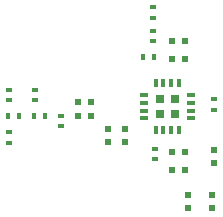
<source format=gtp>
G04 #@! TF.FileFunction,Paste,Top*
%FSLAX46Y46*%
G04 Gerber Fmt 4.6, Leading zero omitted, Abs format (unit mm)*
G04 Created by KiCad (PCBNEW 4.0.2-stable) date Sun Mar 13 21:40:34 2016*
%MOMM*%
G01*
G04 APERTURE LIST*
%ADD10C,0.100000*%
%ADD11R,0.500000X0.600000*%
%ADD12R,0.600000X0.500000*%
%ADD13R,0.600000X0.400000*%
%ADD14R,0.400000X0.600000*%
%ADD15R,0.350000X0.800000*%
%ADD16R,0.800000X0.350000*%
%ADD17R,0.750000X0.750000*%
G04 APERTURE END LIST*
D10*
D11*
X153200000Y-107900000D03*
X153200000Y-109000000D03*
D12*
X149650000Y-108000000D03*
X150750000Y-108000000D03*
X149650000Y-109600000D03*
X150750000Y-109600000D03*
D11*
X145600000Y-106050000D03*
X145600000Y-107150000D03*
X144200000Y-106050000D03*
X144200000Y-107150000D03*
D12*
X142750000Y-105000000D03*
X141650000Y-105000000D03*
X142750000Y-103800000D03*
X141650000Y-103800000D03*
X149650000Y-100200000D03*
X150750000Y-100200000D03*
D11*
X153000000Y-112800000D03*
X153000000Y-111700000D03*
D12*
X149650000Y-98600000D03*
X150750000Y-98600000D03*
D11*
X151000000Y-111700000D03*
X151000000Y-112800000D03*
D13*
X140200000Y-104950000D03*
X140200000Y-105850000D03*
X135800000Y-103650000D03*
X135800000Y-102750000D03*
X138000000Y-102750000D03*
X138000000Y-103650000D03*
D14*
X136650000Y-105000000D03*
X135750000Y-105000000D03*
X138850000Y-105000000D03*
X137950000Y-105000000D03*
D13*
X135800000Y-107250000D03*
X135800000Y-106350000D03*
X148000000Y-98650000D03*
X148000000Y-97750000D03*
D14*
X147150000Y-100000000D03*
X148050000Y-100000000D03*
D13*
X148200000Y-108650000D03*
X148200000Y-107750000D03*
X148000000Y-95750000D03*
X148000000Y-96650000D03*
X153200000Y-104450000D03*
X153200000Y-103550000D03*
D15*
X148225000Y-106200000D03*
X148875000Y-106200000D03*
X149525000Y-106200000D03*
X150175000Y-106200000D03*
D16*
X151200000Y-105175000D03*
X151200000Y-104525000D03*
X151200000Y-103875000D03*
X151200000Y-103225000D03*
D15*
X150175000Y-102200000D03*
X149525000Y-102200000D03*
X148875000Y-102200000D03*
X148225000Y-102200000D03*
D16*
X147200000Y-103225000D03*
X147200000Y-103875000D03*
X147200000Y-104525000D03*
X147200000Y-105175000D03*
D17*
X149825000Y-103575000D03*
X148575000Y-103575000D03*
X149825000Y-104825000D03*
X148575000Y-104825000D03*
M02*

</source>
